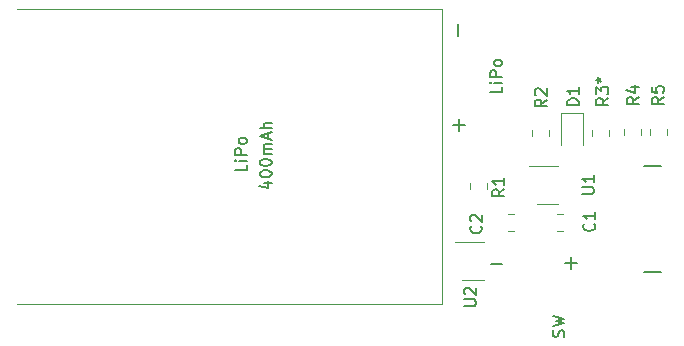
<source format=gbr>
%TF.GenerationSoftware,KiCad,Pcbnew,(5.1.6)-1*%
%TF.CreationDate,2022-07-31T05:26:31+09:00*%
%TF.ProjectId,az-core-bottom,617a2d63-6f72-4652-9d62-6f74746f6d2e,rev?*%
%TF.SameCoordinates,Original*%
%TF.FileFunction,Legend,Top*%
%TF.FilePolarity,Positive*%
%FSLAX46Y46*%
G04 Gerber Fmt 4.6, Leading zero omitted, Abs format (unit mm)*
G04 Created by KiCad (PCBNEW (5.1.6)-1) date 2022-07-31 05:26:31*
%MOMM*%
%LPD*%
G01*
G04 APERTURE LIST*
%ADD10C,0.150000*%
%ADD11C,0.200000*%
%ADD12C,0.120000*%
%ADD13C,0.127000*%
G04 APERTURE END LIST*
D10*
X129952380Y-105080952D02*
X129952380Y-105557142D01*
X128952380Y-105557142D01*
X129952380Y-104747619D02*
X129285714Y-104747619D01*
X128952380Y-104747619D02*
X129000000Y-104795238D01*
X129047619Y-104747619D01*
X129000000Y-104700000D01*
X128952380Y-104747619D01*
X129047619Y-104747619D01*
X129952380Y-104271428D02*
X128952380Y-104271428D01*
X128952380Y-103890476D01*
X129000000Y-103795238D01*
X129047619Y-103747619D01*
X129142857Y-103700000D01*
X129285714Y-103700000D01*
X129380952Y-103747619D01*
X129428571Y-103795238D01*
X129476190Y-103890476D01*
X129476190Y-104271428D01*
X129952380Y-103128571D02*
X129904761Y-103223809D01*
X129857142Y-103271428D01*
X129761904Y-103319047D01*
X129476190Y-103319047D01*
X129380952Y-103271428D01*
X129333333Y-103223809D01*
X129285714Y-103128571D01*
X129285714Y-102985714D01*
X129333333Y-102890476D01*
X129380952Y-102842857D01*
X129476190Y-102795238D01*
X129761904Y-102795238D01*
X129857142Y-102842857D01*
X129904761Y-102890476D01*
X129952380Y-102985714D01*
X129952380Y-103128571D01*
D11*
X151595238Y-113507142D02*
X150604761Y-113507142D01*
X156904761Y-113392857D02*
X157895238Y-113392857D01*
X157400000Y-113888095D02*
X157400000Y-112897619D01*
X147807142Y-93204761D02*
X147807142Y-94195238D01*
X147404761Y-101692857D02*
X148395238Y-101692857D01*
X147900000Y-102188095D02*
X147900000Y-101197619D01*
D10*
X156804761Y-119657142D02*
X156852380Y-119514285D01*
X156852380Y-119276190D01*
X156804761Y-119180952D01*
X156757142Y-119133333D01*
X156661904Y-119085714D01*
X156566666Y-119085714D01*
X156471428Y-119133333D01*
X156423809Y-119180952D01*
X156376190Y-119276190D01*
X156328571Y-119466666D01*
X156280952Y-119561904D01*
X156233333Y-119609523D01*
X156138095Y-119657142D01*
X156042857Y-119657142D01*
X155947619Y-119609523D01*
X155900000Y-119561904D01*
X155852380Y-119466666D01*
X155852380Y-119228571D01*
X155900000Y-119085714D01*
X155852380Y-118752380D02*
X156852380Y-118514285D01*
X156138095Y-118323809D01*
X156852380Y-118133333D01*
X155852380Y-117895238D01*
X131385714Y-106609523D02*
X132052380Y-106609523D01*
X131004761Y-106847619D02*
X131719047Y-107085714D01*
X131719047Y-106466666D01*
X131052380Y-105895238D02*
X131052380Y-105800000D01*
X131100000Y-105704761D01*
X131147619Y-105657142D01*
X131242857Y-105609523D01*
X131433333Y-105561904D01*
X131671428Y-105561904D01*
X131861904Y-105609523D01*
X131957142Y-105657142D01*
X132004761Y-105704761D01*
X132052380Y-105800000D01*
X132052380Y-105895238D01*
X132004761Y-105990476D01*
X131957142Y-106038095D01*
X131861904Y-106085714D01*
X131671428Y-106133333D01*
X131433333Y-106133333D01*
X131242857Y-106085714D01*
X131147619Y-106038095D01*
X131100000Y-105990476D01*
X131052380Y-105895238D01*
X131052380Y-104942857D02*
X131052380Y-104847619D01*
X131100000Y-104752380D01*
X131147619Y-104704761D01*
X131242857Y-104657142D01*
X131433333Y-104609523D01*
X131671428Y-104609523D01*
X131861904Y-104657142D01*
X131957142Y-104704761D01*
X132004761Y-104752380D01*
X132052380Y-104847619D01*
X132052380Y-104942857D01*
X132004761Y-105038095D01*
X131957142Y-105085714D01*
X131861904Y-105133333D01*
X131671428Y-105180952D01*
X131433333Y-105180952D01*
X131242857Y-105133333D01*
X131147619Y-105085714D01*
X131100000Y-105038095D01*
X131052380Y-104942857D01*
X132052380Y-104180952D02*
X131385714Y-104180952D01*
X131480952Y-104180952D02*
X131433333Y-104133333D01*
X131385714Y-104038095D01*
X131385714Y-103895238D01*
X131433333Y-103800000D01*
X131528571Y-103752380D01*
X132052380Y-103752380D01*
X131528571Y-103752380D02*
X131433333Y-103704761D01*
X131385714Y-103609523D01*
X131385714Y-103466666D01*
X131433333Y-103371428D01*
X131528571Y-103323809D01*
X132052380Y-103323809D01*
X131766666Y-102895238D02*
X131766666Y-102419047D01*
X132052380Y-102990476D02*
X131052380Y-102657142D01*
X132052380Y-102323809D01*
X132052380Y-101990476D02*
X131052380Y-101990476D01*
X132052380Y-101561904D02*
X131528571Y-101561904D01*
X131433333Y-101609523D01*
X131385714Y-101704761D01*
X131385714Y-101847619D01*
X131433333Y-101942857D01*
X131480952Y-101990476D01*
D12*
%TO.C,LiPo*%
X146500000Y-91900000D02*
X146500000Y-116900000D01*
X146500000Y-116900000D02*
X110500000Y-116900000D01*
X110500000Y-91900000D02*
X146500000Y-91900000D01*
%TO.C,U2*%
X148200000Y-114810000D02*
X150000000Y-114810000D01*
X150000000Y-111590000D02*
X147550000Y-111590000D01*
%TO.C,U1*%
X156300000Y-105190000D02*
X153850000Y-105190000D01*
X154500000Y-108410000D02*
X156300000Y-108410000D01*
%TO.C,R1*%
X148890000Y-106641422D02*
X148890000Y-107158578D01*
X150310000Y-106641422D02*
X150310000Y-107158578D01*
%TO.C,R5*%
X164090000Y-102041422D02*
X164090000Y-102558578D01*
X165510000Y-102041422D02*
X165510000Y-102558578D01*
%TO.C,R4*%
X163310000Y-102041422D02*
X163310000Y-102558578D01*
X161890000Y-102041422D02*
X161890000Y-102558578D01*
D13*
%TO.C,REF\u002A\u002A*%
X165030000Y-114170000D02*
X163570000Y-114170000D01*
X165030000Y-105230000D02*
X163570000Y-105230000D01*
D12*
%TO.C,R3\u002A*%
X160610000Y-102141422D02*
X160610000Y-102658578D01*
X159190000Y-102141422D02*
X159190000Y-102658578D01*
%TO.C,R2*%
X155510000Y-102658578D02*
X155510000Y-102141422D01*
X154090000Y-102658578D02*
X154090000Y-102141422D01*
%TO.C,D1*%
X156540000Y-100715000D02*
X156540000Y-103400000D01*
X158460000Y-100715000D02*
X156540000Y-100715000D01*
X158460000Y-103400000D02*
X158460000Y-100715000D01*
%TO.C,C1*%
X156241422Y-109290000D02*
X156758578Y-109290000D01*
X156241422Y-110710000D02*
X156758578Y-110710000D01*
%TO.C,C2*%
X152041422Y-110710000D02*
X152558578Y-110710000D01*
X152041422Y-109290000D02*
X152558578Y-109290000D01*
%TO.C,U2*%
D10*
X148352380Y-117061904D02*
X149161904Y-117061904D01*
X149257142Y-117014285D01*
X149304761Y-116966666D01*
X149352380Y-116871428D01*
X149352380Y-116680952D01*
X149304761Y-116585714D01*
X149257142Y-116538095D01*
X149161904Y-116490476D01*
X148352380Y-116490476D01*
X148447619Y-116061904D02*
X148400000Y-116014285D01*
X148352380Y-115919047D01*
X148352380Y-115680952D01*
X148400000Y-115585714D01*
X148447619Y-115538095D01*
X148542857Y-115490476D01*
X148638095Y-115490476D01*
X148780952Y-115538095D01*
X149352380Y-116109523D01*
X149352380Y-115490476D01*
%TO.C,U1*%
X158352380Y-107561904D02*
X159161904Y-107561904D01*
X159257142Y-107514285D01*
X159304761Y-107466666D01*
X159352380Y-107371428D01*
X159352380Y-107180952D01*
X159304761Y-107085714D01*
X159257142Y-107038095D01*
X159161904Y-106990476D01*
X158352380Y-106990476D01*
X159352380Y-105990476D02*
X159352380Y-106561904D01*
X159352380Y-106276190D02*
X158352380Y-106276190D01*
X158495238Y-106371428D01*
X158590476Y-106466666D01*
X158638095Y-106561904D01*
%TO.C,R1*%
X151752380Y-107166666D02*
X151276190Y-107500000D01*
X151752380Y-107738095D02*
X150752380Y-107738095D01*
X150752380Y-107357142D01*
X150800000Y-107261904D01*
X150847619Y-107214285D01*
X150942857Y-107166666D01*
X151085714Y-107166666D01*
X151180952Y-107214285D01*
X151228571Y-107261904D01*
X151276190Y-107357142D01*
X151276190Y-107738095D01*
X151752380Y-106214285D02*
X151752380Y-106785714D01*
X151752380Y-106500000D02*
X150752380Y-106500000D01*
X150895238Y-106595238D01*
X150990476Y-106690476D01*
X151038095Y-106785714D01*
%TO.C,LiPo*%
X151552380Y-98480952D02*
X151552380Y-98957142D01*
X150552380Y-98957142D01*
X151552380Y-98147619D02*
X150885714Y-98147619D01*
X150552380Y-98147619D02*
X150600000Y-98195238D01*
X150647619Y-98147619D01*
X150600000Y-98100000D01*
X150552380Y-98147619D01*
X150647619Y-98147619D01*
X151552380Y-97671428D02*
X150552380Y-97671428D01*
X150552380Y-97290476D01*
X150600000Y-97195238D01*
X150647619Y-97147619D01*
X150742857Y-97100000D01*
X150885714Y-97100000D01*
X150980952Y-97147619D01*
X151028571Y-97195238D01*
X151076190Y-97290476D01*
X151076190Y-97671428D01*
X151552380Y-96528571D02*
X151504761Y-96623809D01*
X151457142Y-96671428D01*
X151361904Y-96719047D01*
X151076190Y-96719047D01*
X150980952Y-96671428D01*
X150933333Y-96623809D01*
X150885714Y-96528571D01*
X150885714Y-96385714D01*
X150933333Y-96290476D01*
X150980952Y-96242857D01*
X151076190Y-96195238D01*
X151361904Y-96195238D01*
X151457142Y-96242857D01*
X151504761Y-96290476D01*
X151552380Y-96385714D01*
X151552380Y-96528571D01*
%TO.C,R5*%
X165252380Y-99366666D02*
X164776190Y-99700000D01*
X165252380Y-99938095D02*
X164252380Y-99938095D01*
X164252380Y-99557142D01*
X164300000Y-99461904D01*
X164347619Y-99414285D01*
X164442857Y-99366666D01*
X164585714Y-99366666D01*
X164680952Y-99414285D01*
X164728571Y-99461904D01*
X164776190Y-99557142D01*
X164776190Y-99938095D01*
X164252380Y-98461904D02*
X164252380Y-98938095D01*
X164728571Y-98985714D01*
X164680952Y-98938095D01*
X164633333Y-98842857D01*
X164633333Y-98604761D01*
X164680952Y-98509523D01*
X164728571Y-98461904D01*
X164823809Y-98414285D01*
X165061904Y-98414285D01*
X165157142Y-98461904D01*
X165204761Y-98509523D01*
X165252380Y-98604761D01*
X165252380Y-98842857D01*
X165204761Y-98938095D01*
X165157142Y-98985714D01*
%TO.C,R4*%
X163152380Y-99366666D02*
X162676190Y-99700000D01*
X163152380Y-99938095D02*
X162152380Y-99938095D01*
X162152380Y-99557142D01*
X162200000Y-99461904D01*
X162247619Y-99414285D01*
X162342857Y-99366666D01*
X162485714Y-99366666D01*
X162580952Y-99414285D01*
X162628571Y-99461904D01*
X162676190Y-99557142D01*
X162676190Y-99938095D01*
X162485714Y-98509523D02*
X163152380Y-98509523D01*
X162104761Y-98747619D02*
X162819047Y-98985714D01*
X162819047Y-98366666D01*
%TO.C,R3\u002A*%
X160552380Y-99447619D02*
X160076190Y-99780952D01*
X160552380Y-100019047D02*
X159552380Y-100019047D01*
X159552380Y-99638095D01*
X159600000Y-99542857D01*
X159647619Y-99495238D01*
X159742857Y-99447619D01*
X159885714Y-99447619D01*
X159980952Y-99495238D01*
X160028571Y-99542857D01*
X160076190Y-99638095D01*
X160076190Y-100019047D01*
X159552380Y-99114285D02*
X159552380Y-98495238D01*
X159933333Y-98828571D01*
X159933333Y-98685714D01*
X159980952Y-98590476D01*
X160028571Y-98542857D01*
X160123809Y-98495238D01*
X160361904Y-98495238D01*
X160457142Y-98542857D01*
X160504761Y-98590476D01*
X160552380Y-98685714D01*
X160552380Y-98971428D01*
X160504761Y-99066666D01*
X160457142Y-99114285D01*
X159552380Y-97923809D02*
X159790476Y-97923809D01*
X159695238Y-98161904D02*
X159790476Y-97923809D01*
X159695238Y-97685714D01*
X159980952Y-98066666D02*
X159790476Y-97923809D01*
X159980952Y-97780952D01*
%TO.C,R2*%
X155352380Y-99566666D02*
X154876190Y-99900000D01*
X155352380Y-100138095D02*
X154352380Y-100138095D01*
X154352380Y-99757142D01*
X154400000Y-99661904D01*
X154447619Y-99614285D01*
X154542857Y-99566666D01*
X154685714Y-99566666D01*
X154780952Y-99614285D01*
X154828571Y-99661904D01*
X154876190Y-99757142D01*
X154876190Y-100138095D01*
X154447619Y-99185714D02*
X154400000Y-99138095D01*
X154352380Y-99042857D01*
X154352380Y-98804761D01*
X154400000Y-98709523D01*
X154447619Y-98661904D01*
X154542857Y-98614285D01*
X154638095Y-98614285D01*
X154780952Y-98661904D01*
X155352380Y-99233333D01*
X155352380Y-98614285D01*
%TO.C,D1*%
X158052380Y-100038095D02*
X157052380Y-100038095D01*
X157052380Y-99800000D01*
X157100000Y-99657142D01*
X157195238Y-99561904D01*
X157290476Y-99514285D01*
X157480952Y-99466666D01*
X157623809Y-99466666D01*
X157814285Y-99514285D01*
X157909523Y-99561904D01*
X158004761Y-99657142D01*
X158052380Y-99800000D01*
X158052380Y-100038095D01*
X158052380Y-98514285D02*
X158052380Y-99085714D01*
X158052380Y-98800000D02*
X157052380Y-98800000D01*
X157195238Y-98895238D01*
X157290476Y-98990476D01*
X157338095Y-99085714D01*
%TO.C,C1*%
X159357142Y-110066666D02*
X159404761Y-110114285D01*
X159452380Y-110257142D01*
X159452380Y-110352380D01*
X159404761Y-110495238D01*
X159309523Y-110590476D01*
X159214285Y-110638095D01*
X159023809Y-110685714D01*
X158880952Y-110685714D01*
X158690476Y-110638095D01*
X158595238Y-110590476D01*
X158500000Y-110495238D01*
X158452380Y-110352380D01*
X158452380Y-110257142D01*
X158500000Y-110114285D01*
X158547619Y-110066666D01*
X159452380Y-109114285D02*
X159452380Y-109685714D01*
X159452380Y-109400000D02*
X158452380Y-109400000D01*
X158595238Y-109495238D01*
X158690476Y-109590476D01*
X158738095Y-109685714D01*
%TO.C,C2*%
X149757142Y-110266666D02*
X149804761Y-110314285D01*
X149852380Y-110457142D01*
X149852380Y-110552380D01*
X149804761Y-110695238D01*
X149709523Y-110790476D01*
X149614285Y-110838095D01*
X149423809Y-110885714D01*
X149280952Y-110885714D01*
X149090476Y-110838095D01*
X148995238Y-110790476D01*
X148900000Y-110695238D01*
X148852380Y-110552380D01*
X148852380Y-110457142D01*
X148900000Y-110314285D01*
X148947619Y-110266666D01*
X148947619Y-109885714D02*
X148900000Y-109838095D01*
X148852380Y-109742857D01*
X148852380Y-109504761D01*
X148900000Y-109409523D01*
X148947619Y-109361904D01*
X149042857Y-109314285D01*
X149138095Y-109314285D01*
X149280952Y-109361904D01*
X149852380Y-109933333D01*
X149852380Y-109314285D01*
%TD*%
M02*

</source>
